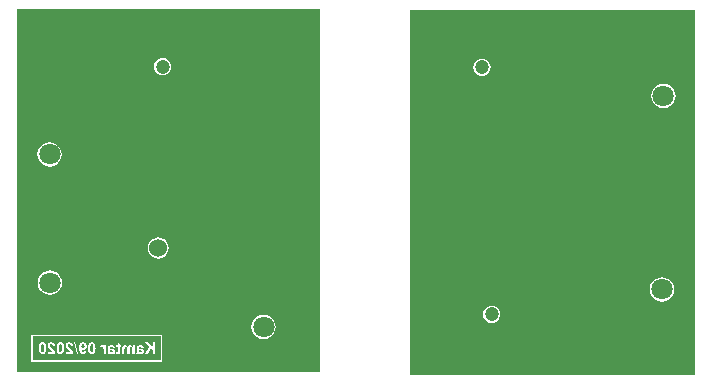
<source format=gbl>
G04 Layer_Physical_Order=2*
G04 Layer_Color=11436288*
%FSLAX44Y44*%
%MOMM*%
G71*
G01*
G75*
%ADD24C,1.8000*%
%ADD25C,1.2000*%
%ADD26C,1.5240*%
%ADD27C,0.6000*%
G36*
X539750Y1069340D02*
Y772160D01*
X283210D01*
Y1079500D01*
X539750D01*
Y1069340D01*
D02*
G37*
G36*
X857250Y774700D02*
Y769620D01*
X615950D01*
Y1078230D01*
X857250D01*
Y774700D01*
D02*
G37*
%LPC*%
G36*
X685254Y828261D02*
X683356Y828011D01*
X681588Y827278D01*
X680069Y826113D01*
X678904Y824594D01*
X678171Y822826D01*
X677921Y820928D01*
X678171Y819030D01*
X678904Y817262D01*
X680069Y815743D01*
X681588Y814578D01*
X683356Y813845D01*
X685254Y813595D01*
X687152Y813845D01*
X688920Y814578D01*
X690439Y815743D01*
X691604Y817262D01*
X692337Y819030D01*
X692587Y820928D01*
X692337Y822826D01*
X691604Y824594D01*
X690439Y826113D01*
X688920Y827278D01*
X687152Y828011D01*
X685254Y828261D01*
D02*
G37*
G36*
X829310Y852369D02*
X826629Y852016D01*
X824131Y850981D01*
X821985Y849335D01*
X820339Y847189D01*
X819304Y844691D01*
X818951Y842010D01*
X819304Y839329D01*
X820339Y836831D01*
X821985Y834685D01*
X824131Y833039D01*
X826629Y832004D01*
X829310Y831651D01*
X831991Y832004D01*
X834489Y833039D01*
X836635Y834685D01*
X838281Y836831D01*
X839316Y839329D01*
X839669Y842010D01*
X839316Y844691D01*
X838281Y847189D01*
X836635Y849335D01*
X834489Y850981D01*
X831991Y852016D01*
X829310Y852369D01*
D02*
G37*
G36*
X406400Y803674D02*
X295317D01*
Y780867D01*
X406400D01*
Y803674D01*
D02*
G37*
G36*
X491998Y820619D02*
X489317Y820266D01*
X486819Y819231D01*
X484673Y817585D01*
X483027Y815439D01*
X481992Y812941D01*
X481639Y810260D01*
X481992Y807579D01*
X483027Y805081D01*
X484673Y802935D01*
X486819Y801289D01*
X489317Y800254D01*
X491998Y799901D01*
X494679Y800254D01*
X497177Y801289D01*
X499323Y802935D01*
X500969Y805081D01*
X502004Y807579D01*
X502357Y810260D01*
X502004Y812941D01*
X500969Y815439D01*
X499323Y817585D01*
X497177Y819231D01*
X494679Y820266D01*
X491998Y820619D01*
D02*
G37*
G36*
X830580Y1016199D02*
X827899Y1015846D01*
X825401Y1014811D01*
X823255Y1013165D01*
X821609Y1011019D01*
X820574Y1008521D01*
X820221Y1005840D01*
X820574Y1003159D01*
X821609Y1000661D01*
X823255Y998515D01*
X825401Y996869D01*
X827899Y995834D01*
X830580Y995481D01*
X833261Y995834D01*
X835759Y996869D01*
X837905Y998515D01*
X839551Y1000661D01*
X840586Y1003159D01*
X840939Y1005840D01*
X840586Y1008521D01*
X839551Y1011019D01*
X837905Y1013165D01*
X835759Y1014811D01*
X833261Y1015846D01*
X830580Y1016199D01*
D02*
G37*
G36*
X676910Y1037303D02*
X675012Y1037053D01*
X673244Y1036320D01*
X671725Y1035155D01*
X670560Y1033636D01*
X669827Y1031868D01*
X669577Y1029970D01*
X669827Y1028072D01*
X670560Y1026304D01*
X671725Y1024785D01*
X673244Y1023620D01*
X675012Y1022887D01*
X676910Y1022637D01*
X678808Y1022887D01*
X680576Y1023620D01*
X682095Y1024785D01*
X683260Y1026304D01*
X683993Y1028072D01*
X684243Y1029970D01*
X683993Y1031868D01*
X683260Y1033636D01*
X682095Y1035155D01*
X680576Y1036320D01*
X678808Y1037053D01*
X676910Y1037303D01*
D02*
G37*
G36*
X406654Y1037811D02*
X404756Y1037561D01*
X402988Y1036828D01*
X401469Y1035663D01*
X400304Y1034144D01*
X399571Y1032376D01*
X399321Y1030478D01*
X399571Y1028580D01*
X400304Y1026812D01*
X401469Y1025293D01*
X402988Y1024128D01*
X404756Y1023395D01*
X406654Y1023145D01*
X408552Y1023395D01*
X410320Y1024128D01*
X411839Y1025293D01*
X413004Y1026812D01*
X413737Y1028580D01*
X413987Y1030478D01*
X413737Y1032376D01*
X413004Y1034144D01*
X411839Y1035663D01*
X410320Y1036828D01*
X408552Y1037561D01*
X406654Y1037811D01*
D02*
G37*
G36*
X311097Y858014D02*
X308416Y857661D01*
X305918Y856626D01*
X303772Y854980D01*
X302126Y852834D01*
X301091Y850336D01*
X300738Y847655D01*
X301091Y844974D01*
X302126Y842476D01*
X303772Y840330D01*
X305918Y838684D01*
X308416Y837649D01*
X311097Y837296D01*
X313778Y837649D01*
X316276Y838684D01*
X318422Y840330D01*
X320068Y842476D01*
X321103Y844974D01*
X321456Y847655D01*
X321103Y850336D01*
X320068Y852834D01*
X318422Y854980D01*
X316276Y856626D01*
X313778Y857661D01*
X311097Y858014D01*
D02*
G37*
G36*
X402844Y886029D02*
X400523Y885723D01*
X398361Y884827D01*
X396504Y883402D01*
X395079Y881545D01*
X394183Y879383D01*
X393877Y877062D01*
X394183Y874741D01*
X395079Y872579D01*
X396504Y870722D01*
X398361Y869297D01*
X400523Y868401D01*
X402844Y868095D01*
X405165Y868401D01*
X407327Y869297D01*
X409184Y870722D01*
X410609Y872579D01*
X411505Y874741D01*
X411811Y877062D01*
X411505Y879383D01*
X410609Y881545D01*
X409184Y883402D01*
X407327Y884827D01*
X405165Y885723D01*
X402844Y886029D01*
D02*
G37*
G36*
X310896Y966669D02*
X308215Y966316D01*
X305717Y965281D01*
X303571Y963635D01*
X301925Y961489D01*
X300890Y958991D01*
X300537Y956310D01*
X300890Y953629D01*
X301925Y951131D01*
X303571Y948985D01*
X305717Y947339D01*
X308215Y946304D01*
X310896Y945951D01*
X313577Y946304D01*
X316075Y947339D01*
X318221Y948985D01*
X319867Y951131D01*
X320902Y953629D01*
X321255Y956310D01*
X320902Y958991D01*
X319867Y961489D01*
X318221Y963635D01*
X316075Y965281D01*
X313577Y966316D01*
X310896Y966669D01*
D02*
G37*
%LPD*%
G36*
X405130Y782137D02*
X296587D01*
Y802404D01*
X405130D01*
Y782137D01*
D02*
G37*
%LPC*%
G36*
X332723Y797324D02*
X331313D01*
X333752Y787231D01*
X335133D01*
X332723Y797324D01*
D02*
G37*
G36*
X355151Y794632D02*
X355038D01*
X354911Y794618D01*
X354756Y794589D01*
X354559Y794547D01*
X354347Y794477D01*
X354136Y794392D01*
X353910Y794265D01*
X354503Y792644D01*
X354517Y792658D01*
X354587Y792686D01*
X354672Y792743D01*
X354785Y792799D01*
X354925Y792856D01*
X355066Y792912D01*
X355221Y792940D01*
X355377Y792954D01*
X355433D01*
X355518Y792940D01*
X355602Y792926D01*
X355701Y792898D01*
X355814Y792856D01*
X355926Y792799D01*
X356039Y792729D01*
X356053Y792715D01*
X356082Y792686D01*
X356138Y792630D01*
X356194Y792545D01*
X356265Y792447D01*
X356335Y792306D01*
X356406Y792137D01*
X356462Y791939D01*
Y791911D01*
X356476Y791869D01*
X356490Y791826D01*
Y791756D01*
X356504Y791671D01*
X356519Y791559D01*
X356533Y791432D01*
X356547Y791291D01*
X356561Y791107D01*
X356575Y790924D01*
Y790699D01*
X356589Y790459D01*
X356603Y790191D01*
Y789895D01*
Y789571D01*
Y787400D01*
X358478D01*
Y794477D01*
X356744D01*
Y793476D01*
X356730Y793490D01*
X356674Y793575D01*
X356589Y793701D01*
X356476Y793856D01*
X356363Y794012D01*
X356222Y794167D01*
X356096Y794307D01*
X355955Y794406D01*
X355941Y794420D01*
X355898Y794448D01*
X355814Y794477D01*
X355715Y794519D01*
X355602Y794561D01*
X355461Y794604D01*
X355320Y794618D01*
X355151Y794632D01*
D02*
G37*
G36*
X368557Y796986D02*
Y794477D01*
X367275D01*
Y792982D01*
X368557D01*
Y790121D01*
Y790107D01*
Y790078D01*
Y790036D01*
Y789980D01*
Y789839D01*
Y789670D01*
X368543Y789501D01*
Y789331D01*
Y789204D01*
X368529Y789148D01*
Y789120D01*
X368515Y789092D01*
X368487Y789035D01*
X368445Y788965D01*
X368360Y788880D01*
X368332Y788866D01*
X368275Y788838D01*
X368177Y788810D01*
X368050Y788796D01*
X367993D01*
X367937Y788810D01*
X367853Y788824D01*
X367740Y788838D01*
X367613Y788866D01*
X367458Y788908D01*
X367289Y788965D01*
X367119Y787513D01*
X367133D01*
X367148Y787499D01*
X367232Y787470D01*
X367373Y787428D01*
X367556Y787386D01*
X367768Y787329D01*
X368022Y787287D01*
X368304Y787259D01*
X368600Y787245D01*
X368684D01*
X368783Y787259D01*
X368910Y787273D01*
X369051Y787287D01*
X369206Y787315D01*
X369361Y787358D01*
X369516Y787414D01*
X369530Y787428D01*
X369586Y787442D01*
X369657Y787485D01*
X369742Y787527D01*
X369939Y787668D01*
X370037Y787752D01*
X370122Y787851D01*
X370136Y787865D01*
X370150Y787907D01*
X370178Y787964D01*
X370221Y788048D01*
X370263Y788147D01*
X370305Y788274D01*
X370348Y788415D01*
X370376Y788570D01*
Y788584D01*
X370390Y788641D01*
Y788725D01*
X370404Y788866D01*
X370418Y789049D01*
Y789275D01*
X370432Y789402D01*
Y789557D01*
Y789712D01*
Y789895D01*
Y792982D01*
X371292D01*
Y794477D01*
X370432D01*
Y795886D01*
X368557Y796986D01*
D02*
G37*
G36*
X304839Y797212D02*
X304698D01*
X304599Y797197D01*
X304486Y797183D01*
X304345Y797155D01*
X304205Y797127D01*
X304035Y797085D01*
X303852Y797028D01*
X303683Y796958D01*
X303500Y796887D01*
X303316Y796789D01*
X303133Y796662D01*
X302950Y796535D01*
X302781Y796380D01*
X302626Y796197D01*
X302612Y796182D01*
X302583Y796140D01*
X302541Y796070D01*
X302471Y795971D01*
X302400Y795830D01*
X302316Y795661D01*
X302231Y795478D01*
X302146Y795238D01*
X302062Y794984D01*
X301963Y794688D01*
X301893Y794364D01*
X301822Y793997D01*
X301752Y793603D01*
X301709Y793180D01*
X301681Y792715D01*
X301667Y792207D01*
Y792193D01*
Y792179D01*
Y792137D01*
Y792080D01*
Y791939D01*
X301681Y791756D01*
X301695Y791530D01*
X301723Y791263D01*
X301752Y790981D01*
X301780Y790670D01*
X301836Y790346D01*
X301907Y790008D01*
X301977Y789684D01*
X302076Y789360D01*
X302174Y789035D01*
X302316Y788739D01*
X302456Y788457D01*
X302626Y788218D01*
X302640Y788204D01*
X302668Y788175D01*
X302710Y788119D01*
X302767Y788063D01*
X302851Y787992D01*
X302950Y787907D01*
X303077Y787809D01*
X303204Y787724D01*
X303359Y787626D01*
X303514Y787527D01*
X303697Y787442D01*
X303894Y787372D01*
X304106Y787315D01*
X304345Y787259D01*
X304585Y787231D01*
X304839Y787217D01*
X304895D01*
X304980Y787231D01*
X305079D01*
X305191Y787245D01*
X305332Y787273D01*
X305487Y787301D01*
X305657Y787358D01*
X305840Y787414D01*
X306023Y787485D01*
X306220Y787569D01*
X306404Y787682D01*
X306601Y787795D01*
X306784Y787950D01*
X306968Y788105D01*
X307137Y788302D01*
X307151Y788316D01*
X307179Y788359D01*
X307221Y788429D01*
X307264Y788514D01*
X307334Y788641D01*
X307404Y788796D01*
X307489Y788993D01*
X307560Y789204D01*
X307644Y789458D01*
X307729Y789740D01*
X307799Y790064D01*
X307856Y790417D01*
X307912Y790811D01*
X307954Y791248D01*
X307983Y791714D01*
X307997Y792221D01*
Y792235D01*
Y792249D01*
Y792292D01*
Y792348D01*
Y792489D01*
X307983Y792672D01*
X307968Y792898D01*
X307940Y793166D01*
X307912Y793448D01*
X307884Y793758D01*
X307827Y794082D01*
X307771Y794406D01*
X307687Y794744D01*
X307602Y795069D01*
X307489Y795379D01*
X307362Y795675D01*
X307221Y795957D01*
X307052Y796197D01*
X307038Y796211D01*
X307010Y796239D01*
X306968Y796295D01*
X306897Y796352D01*
X306826Y796436D01*
X306728Y796521D01*
X306601Y796605D01*
X306474Y796704D01*
X306319Y796803D01*
X306164Y796887D01*
X305981Y796972D01*
X305783Y797056D01*
X305572Y797113D01*
X305332Y797169D01*
X305093Y797197D01*
X304839Y797212D01*
D02*
G37*
G36*
X320007D02*
X319866D01*
X319768Y797197D01*
X319655Y797183D01*
X319514Y797155D01*
X319373Y797127D01*
X319204Y797085D01*
X319020Y797028D01*
X318851Y796958D01*
X318668Y796887D01*
X318485Y796789D01*
X318302Y796662D01*
X318118Y796535D01*
X317949Y796380D01*
X317794Y796197D01*
X317780Y796182D01*
X317752Y796140D01*
X317709Y796070D01*
X317639Y795971D01*
X317568Y795830D01*
X317484Y795661D01*
X317399Y795478D01*
X317315Y795238D01*
X317230Y794984D01*
X317131Y794688D01*
X317061Y794364D01*
X316991Y793997D01*
X316920Y793603D01*
X316878Y793180D01*
X316849Y792715D01*
X316835Y792207D01*
Y792193D01*
Y792179D01*
Y792137D01*
Y792080D01*
Y791939D01*
X316849Y791756D01*
X316864Y791530D01*
X316892Y791263D01*
X316920Y790981D01*
X316948Y790670D01*
X317005Y790346D01*
X317075Y790008D01*
X317146Y789684D01*
X317244Y789360D01*
X317343Y789035D01*
X317484Y788739D01*
X317625Y788457D01*
X317794Y788218D01*
X317808Y788204D01*
X317836Y788175D01*
X317879Y788119D01*
X317935Y788063D01*
X318020Y787992D01*
X318118Y787907D01*
X318245Y787809D01*
X318372Y787724D01*
X318527Y787626D01*
X318682Y787527D01*
X318865Y787442D01*
X319063Y787372D01*
X319274Y787315D01*
X319514Y787259D01*
X319753Y787231D01*
X320007Y787217D01*
X320064D01*
X320148Y787231D01*
X320247D01*
X320360Y787245D01*
X320501Y787273D01*
X320656Y787301D01*
X320825Y787358D01*
X321008Y787414D01*
X321191Y787485D01*
X321389Y787569D01*
X321572Y787682D01*
X321769Y787795D01*
X321953Y787950D01*
X322136Y788105D01*
X322305Y788302D01*
X322319Y788316D01*
X322347Y788359D01*
X322390Y788429D01*
X322432Y788514D01*
X322502Y788641D01*
X322573Y788796D01*
X322658Y788993D01*
X322728Y789204D01*
X322812Y789458D01*
X322897Y789740D01*
X322968Y790064D01*
X323024Y790417D01*
X323080Y790811D01*
X323123Y791248D01*
X323151Y791714D01*
X323165Y792221D01*
Y792235D01*
Y792249D01*
Y792292D01*
Y792348D01*
Y792489D01*
X323151Y792672D01*
X323137Y792898D01*
X323109Y793166D01*
X323080Y793448D01*
X323052Y793758D01*
X322996Y794082D01*
X322939Y794406D01*
X322855Y794744D01*
X322770Y795069D01*
X322658Y795379D01*
X322531Y795675D01*
X322390Y795957D01*
X322220Y796197D01*
X322206Y796211D01*
X322178Y796239D01*
X322136Y796295D01*
X322065Y796352D01*
X321995Y796436D01*
X321896Y796521D01*
X321769Y796605D01*
X321642Y796704D01*
X321487Y796803D01*
X321332Y796887D01*
X321149Y796972D01*
X320952Y797056D01*
X320740Y797113D01*
X320501Y797169D01*
X320261Y797197D01*
X320007Y797212D01*
D02*
G37*
G36*
X346552D02*
X346411D01*
X346312Y797197D01*
X346199Y797183D01*
X346059Y797155D01*
X345918Y797127D01*
X345748Y797085D01*
X345565Y797028D01*
X345396Y796958D01*
X345213Y796887D01*
X345029Y796789D01*
X344846Y796662D01*
X344663Y796535D01*
X344494Y796380D01*
X344339Y796197D01*
X344325Y796182D01*
X344296Y796140D01*
X344254Y796070D01*
X344184Y795971D01*
X344113Y795830D01*
X344029Y795661D01*
X343944Y795478D01*
X343859Y795238D01*
X343775Y794984D01*
X343676Y794688D01*
X343606Y794364D01*
X343535Y793997D01*
X343465Y793603D01*
X343422Y793180D01*
X343394Y792715D01*
X343380Y792207D01*
Y792193D01*
Y792179D01*
Y792137D01*
Y792080D01*
Y791939D01*
X343394Y791756D01*
X343408Y791530D01*
X343436Y791263D01*
X343465Y790981D01*
X343493Y790670D01*
X343549Y790346D01*
X343620Y790008D01*
X343690Y789684D01*
X343789Y789360D01*
X343888Y789035D01*
X344029Y788739D01*
X344170Y788457D01*
X344339Y788218D01*
X344353Y788204D01*
X344381Y788175D01*
X344423Y788119D01*
X344480Y788063D01*
X344564Y787992D01*
X344663Y787907D01*
X344790Y787809D01*
X344917Y787724D01*
X345072Y787626D01*
X345227Y787527D01*
X345410Y787442D01*
X345607Y787372D01*
X345819Y787315D01*
X346059Y787259D01*
X346298Y787231D01*
X346552Y787217D01*
X346608D01*
X346693Y787231D01*
X346791D01*
X346904Y787245D01*
X347045Y787273D01*
X347200Y787301D01*
X347369Y787358D01*
X347553Y787414D01*
X347736Y787485D01*
X347933Y787569D01*
X348117Y787682D01*
X348314Y787795D01*
X348497Y787950D01*
X348680Y788105D01*
X348850Y788302D01*
X348864Y788316D01*
X348892Y788359D01*
X348934Y788429D01*
X348977Y788514D01*
X349047Y788641D01*
X349118Y788796D01*
X349202Y788993D01*
X349273Y789204D01*
X349357Y789458D01*
X349442Y789740D01*
X349512Y790064D01*
X349569Y790417D01*
X349625Y790811D01*
X349667Y791248D01*
X349696Y791714D01*
X349710Y792221D01*
Y792235D01*
Y792249D01*
Y792292D01*
Y792348D01*
Y792489D01*
X349696Y792672D01*
X349681Y792898D01*
X349653Y793166D01*
X349625Y793448D01*
X349597Y793758D01*
X349540Y794082D01*
X349484Y794406D01*
X349399Y794744D01*
X349315Y795069D01*
X349202Y795379D01*
X349075Y795675D01*
X348934Y795957D01*
X348765Y796197D01*
X348751Y796211D01*
X348723Y796239D01*
X348680Y796295D01*
X348610Y796352D01*
X348540Y796436D01*
X348441Y796521D01*
X348314Y796605D01*
X348187Y796704D01*
X348032Y796803D01*
X347877Y796887D01*
X347694Y796972D01*
X347496Y797056D01*
X347285Y797113D01*
X347045Y797169D01*
X346806Y797197D01*
X346552Y797212D01*
D02*
G37*
G36*
X339151D02*
X339081D01*
X339010Y797197D01*
X338897D01*
X338770Y797183D01*
X338629Y797155D01*
X338460Y797113D01*
X338291Y797070D01*
X338094Y797000D01*
X337896Y796930D01*
X337699Y796831D01*
X337487Y796718D01*
X337290Y796591D01*
X337093Y796436D01*
X336895Y796253D01*
X336712Y796056D01*
X336698Y796041D01*
X336670Y795999D01*
X336628Y795929D01*
X336557Y795830D01*
X336487Y795703D01*
X336402Y795548D01*
X336317Y795365D01*
X336233Y795153D01*
X336148Y794900D01*
X336050Y794618D01*
X335979Y794307D01*
X335909Y793969D01*
X335838Y793589D01*
X335796Y793180D01*
X335768Y792743D01*
X335754Y792263D01*
Y792249D01*
Y792235D01*
Y792193D01*
Y792151D01*
Y792010D01*
X335768Y791826D01*
X335782Y791601D01*
X335810Y791347D01*
X335838Y791079D01*
X335881Y790783D01*
X335937Y790459D01*
X335993Y790149D01*
X336078Y789825D01*
X336176Y789501D01*
X336289Y789204D01*
X336430Y788908D01*
X336571Y788641D01*
X336754Y788401D01*
X336769Y788387D01*
X336797Y788344D01*
X336853Y788288D01*
X336938Y788218D01*
X337036Y788133D01*
X337149Y788020D01*
X337290Y787922D01*
X337445Y787809D01*
X337614Y787696D01*
X337812Y787597D01*
X338023Y787499D01*
X338249Y787400D01*
X338503Y787329D01*
X338756Y787273D01*
X339024Y787231D01*
X339320Y787217D01*
X339433D01*
X339503Y787231D01*
X339602D01*
X339715Y787245D01*
X339983Y787287D01*
X340279Y787372D01*
X340575Y787470D01*
X340885Y787626D01*
X341026Y787710D01*
X341167Y787823D01*
X341181Y787837D01*
X341195Y787851D01*
X341237Y787893D01*
X341280Y787936D01*
X341336Y788006D01*
X341407Y788077D01*
X341463Y788175D01*
X341547Y788274D01*
X341618Y788401D01*
X341702Y788528D01*
X341773Y788683D01*
X341843Y788852D01*
X341914Y789021D01*
X341970Y789219D01*
X342027Y789416D01*
X342069Y789641D01*
X340265Y789853D01*
Y789825D01*
X340251Y789754D01*
X340236Y789656D01*
X340194Y789543D01*
X340152Y789402D01*
X340095Y789261D01*
X340025Y789134D01*
X339926Y789021D01*
X339912Y789007D01*
X339870Y788979D01*
X339813Y788937D01*
X339729Y788894D01*
X339616Y788852D01*
X339503Y788810D01*
X339348Y788782D01*
X339193Y788767D01*
X339165D01*
X339095Y788782D01*
X338996Y788796D01*
X338855Y788838D01*
X338700Y788894D01*
X338545Y788993D01*
X338376Y789120D01*
X338221Y789289D01*
X338206Y789317D01*
X338178Y789345D01*
X338150Y789402D01*
X338122Y789458D01*
X338080Y789543D01*
X338051Y789641D01*
X337995Y789768D01*
X337953Y789909D01*
X337910Y790064D01*
X337868Y790248D01*
X337826Y790445D01*
X337784Y790670D01*
X337755Y790924D01*
X337727Y791206D01*
X337699Y791502D01*
X337713Y791488D01*
X337727Y791474D01*
X337770Y791432D01*
X337826Y791375D01*
X337896Y791319D01*
X337981Y791248D01*
X338178Y791093D01*
X338432Y790938D01*
X338742Y790811D01*
X338911Y790755D01*
X339081Y790727D01*
X339264Y790699D01*
X339461Y790685D01*
X339574D01*
X339659Y790699D01*
X339757Y790713D01*
X339870Y790727D01*
X340138Y790797D01*
X340448Y790896D01*
X340603Y790981D01*
X340772Y791065D01*
X340941Y791164D01*
X341110Y791277D01*
X341280Y791418D01*
X341435Y791573D01*
X341449Y791587D01*
X341477Y791615D01*
X341505Y791671D01*
X341562Y791728D01*
X341632Y791826D01*
X341702Y791925D01*
X341773Y792052D01*
X341843Y792193D01*
X341928Y792348D01*
X341999Y792531D01*
X342069Y792715D01*
X342140Y792926D01*
X342196Y793138D01*
X342224Y793377D01*
X342252Y793631D01*
X342266Y793885D01*
Y793899D01*
Y793955D01*
Y794026D01*
X342252Y794138D01*
X342238Y794265D01*
X342224Y794406D01*
X342196Y794575D01*
X342154Y794744D01*
X342055Y795125D01*
X341984Y795337D01*
X341900Y795534D01*
X341801Y795731D01*
X341674Y795929D01*
X341547Y796112D01*
X341392Y796295D01*
X341378Y796309D01*
X341350Y796338D01*
X341308Y796380D01*
X341237Y796436D01*
X341139Y796507D01*
X341040Y796591D01*
X340913Y796662D01*
X340772Y796760D01*
X340631Y796845D01*
X340448Y796916D01*
X340265Y797000D01*
X340067Y797070D01*
X339856Y797127D01*
X339630Y797169D01*
X339405Y797197D01*
X339151Y797212D01*
D02*
G37*
G36*
X400050Y797155D02*
X398076D01*
Y792813D01*
X394073Y797155D01*
X391423D01*
X395116Y793349D01*
X391239Y787400D01*
X393791D01*
X396483Y791982D01*
X398076Y790346D01*
Y787400D01*
X400050D01*
Y797155D01*
D02*
G37*
G36*
X387729Y794632D02*
X387264D01*
X387165Y794618D01*
X387053D01*
X386771Y794589D01*
X386475Y794561D01*
X386165Y794505D01*
X385868Y794420D01*
X385742Y794378D01*
X385615Y794322D01*
X385601D01*
X385587Y794307D01*
X385516Y794265D01*
X385403Y794209D01*
X385276Y794124D01*
X385121Y794012D01*
X384980Y793885D01*
X384853Y793730D01*
X384741Y793575D01*
X384727Y793546D01*
X384698Y793490D01*
X384656Y793363D01*
X384642Y793292D01*
X384614Y793194D01*
X384586Y793095D01*
X384571Y792968D01*
X384543Y792827D01*
X384529Y792672D01*
X384515Y792503D01*
X384501Y792320D01*
X384487Y792122D01*
Y791897D01*
X384515Y789712D01*
Y789698D01*
Y789670D01*
Y789627D01*
Y789557D01*
Y789388D01*
X384501Y789190D01*
Y788965D01*
X384473Y788739D01*
X384459Y788514D01*
X384431Y788330D01*
Y788316D01*
X384416Y788260D01*
X384388Y788161D01*
X384360Y788048D01*
X384304Y787907D01*
X384247Y787752D01*
X384177Y787583D01*
X384092Y787400D01*
X385939D01*
Y787414D01*
X385953Y787428D01*
X385967Y787485D01*
X385995Y787541D01*
X386023Y787611D01*
X386052Y787710D01*
X386080Y787823D01*
X386122Y787950D01*
Y787964D01*
X386136Y787978D01*
X386150Y788034D01*
X386179Y788105D01*
X386193Y788161D01*
X386221Y788147D01*
X386277Y788091D01*
X386376Y788006D01*
X386503Y787907D01*
X386658Y787795D01*
X386827Y787668D01*
X387024Y787569D01*
X387222Y787470D01*
X387250Y787456D01*
X387320Y787442D01*
X387433Y787400D01*
X387574Y787358D01*
X387743Y787315D01*
X387941Y787287D01*
X388166Y787259D01*
X388392Y787245D01*
X388490D01*
X388575Y787259D01*
X388660D01*
X388772Y787273D01*
X389012Y787315D01*
X389294Y787386D01*
X389576Y787485D01*
X389858Y787626D01*
X390112Y787823D01*
Y787837D01*
X390140Y787851D01*
X390210Y787936D01*
X390309Y788063D01*
X390422Y788232D01*
X390535Y788443D01*
X390633Y788697D01*
X390704Y788993D01*
X390718Y789148D01*
X390732Y789317D01*
Y789345D01*
Y789416D01*
X390718Y789529D01*
X390690Y789670D01*
X390661Y789839D01*
X390619Y790008D01*
X390549Y790191D01*
X390450Y790375D01*
X390436Y790403D01*
X390394Y790459D01*
X390337Y790544D01*
X390238Y790642D01*
X390140Y790755D01*
X389999Y790882D01*
X389844Y790995D01*
X389660Y791093D01*
X389632Y791107D01*
X389562Y791136D01*
X389449Y791178D01*
X389280Y791248D01*
X389068Y791319D01*
X388815Y791389D01*
X388505Y791460D01*
X388166Y791530D01*
X388152D01*
X388110Y791544D01*
X388039Y791559D01*
X387955Y791573D01*
X387842Y791587D01*
X387715Y791615D01*
X387433Y791685D01*
X387137Y791756D01*
X386827Y791826D01*
X386559Y791911D01*
X386432Y791953D01*
X386334Y791996D01*
Y792179D01*
Y792207D01*
Y792263D01*
X386348Y792362D01*
X386362Y792489D01*
X386404Y792616D01*
X386446Y792743D01*
X386517Y792856D01*
X386616Y792954D01*
X386630Y792968D01*
X386672Y792997D01*
X386742Y793025D01*
X386841Y793081D01*
X386982Y793123D01*
X387151Y793152D01*
X387363Y793180D01*
X387616Y793194D01*
X387701D01*
X387786Y793180D01*
X387898Y793166D01*
X388025Y793138D01*
X388166Y793109D01*
X388293Y793053D01*
X388406Y792982D01*
X388420Y792968D01*
X388448Y792940D01*
X388505Y792898D01*
X388561Y792827D01*
X388646Y792729D01*
X388716Y792602D01*
X388787Y792461D01*
X388857Y792292D01*
X390535Y792602D01*
Y792616D01*
X390520Y792644D01*
X390506Y792701D01*
X390478Y792771D01*
X390450Y792856D01*
X390408Y792954D01*
X390309Y793180D01*
X390168Y793419D01*
X389999Y793673D01*
X389801Y793913D01*
X389562Y794124D01*
X389548D01*
X389534Y794153D01*
X389491Y794167D01*
X389435Y794209D01*
X389350Y794237D01*
X389266Y794279D01*
X389153Y794336D01*
X389040Y794378D01*
X388899Y794420D01*
X388744Y794477D01*
X388575Y794519D01*
X388378Y794547D01*
X388180Y794589D01*
X387955Y794604D01*
X387729Y794632D01*
D02*
G37*
G36*
X363482D02*
X363017D01*
X362919Y794618D01*
X362806D01*
X362524Y794589D01*
X362228Y794561D01*
X361918Y794505D01*
X361622Y794420D01*
X361495Y794378D01*
X361368Y794322D01*
X361354D01*
X361340Y794307D01*
X361269Y794265D01*
X361156Y794209D01*
X361030Y794124D01*
X360874Y794012D01*
X360733Y793885D01*
X360607Y793730D01*
X360494Y793575D01*
X360480Y793546D01*
X360452Y793490D01*
X360409Y793363D01*
X360395Y793292D01*
X360367Y793194D01*
X360339Y793095D01*
X360325Y792968D01*
X360297Y792827D01*
X360282Y792672D01*
X360268Y792503D01*
X360254Y792320D01*
X360240Y792122D01*
Y791897D01*
X360268Y789712D01*
Y789698D01*
Y789670D01*
Y789627D01*
Y789557D01*
Y789388D01*
X360254Y789190D01*
Y788965D01*
X360226Y788739D01*
X360212Y788514D01*
X360184Y788330D01*
Y788316D01*
X360170Y788260D01*
X360141Y788161D01*
X360113Y788048D01*
X360057Y787907D01*
X360000Y787752D01*
X359930Y787583D01*
X359845Y787400D01*
X361692D01*
Y787414D01*
X361706Y787428D01*
X361720Y787485D01*
X361749Y787541D01*
X361777Y787611D01*
X361805Y787710D01*
X361833Y787823D01*
X361875Y787950D01*
Y787964D01*
X361889Y787978D01*
X361903Y788034D01*
X361932Y788105D01*
X361946Y788161D01*
X361974Y788147D01*
X362030Y788091D01*
X362129Y788006D01*
X362256Y787907D01*
X362411Y787795D01*
X362580Y787668D01*
X362777Y787569D01*
X362975Y787470D01*
X363003Y787456D01*
X363074Y787442D01*
X363186Y787400D01*
X363327Y787358D01*
X363497Y787315D01*
X363694Y787287D01*
X363919Y787259D01*
X364145Y787245D01*
X364244D01*
X364328Y787259D01*
X364413D01*
X364526Y787273D01*
X364765Y787315D01*
X365047Y787386D01*
X365329Y787485D01*
X365611Y787626D01*
X365865Y787823D01*
Y787837D01*
X365893Y787851D01*
X365964Y787936D01*
X366062Y788063D01*
X366175Y788232D01*
X366288Y788443D01*
X366386Y788697D01*
X366457Y788993D01*
X366471Y789148D01*
X366485Y789317D01*
Y789345D01*
Y789416D01*
X366471Y789529D01*
X366443Y789670D01*
X366415Y789839D01*
X366372Y790008D01*
X366302Y790191D01*
X366203Y790375D01*
X366189Y790403D01*
X366147Y790459D01*
X366090Y790544D01*
X365992Y790642D01*
X365893Y790755D01*
X365752Y790882D01*
X365597Y790995D01*
X365414Y791093D01*
X365386Y791107D01*
X365315Y791136D01*
X365202Y791178D01*
X365033Y791248D01*
X364822Y791319D01*
X364568Y791389D01*
X364258Y791460D01*
X363919Y791530D01*
X363905D01*
X363863Y791544D01*
X363792Y791559D01*
X363708Y791573D01*
X363595Y791587D01*
X363468Y791615D01*
X363186Y791685D01*
X362890Y791756D01*
X362580Y791826D01*
X362312Y791911D01*
X362186Y791953D01*
X362087Y791996D01*
Y792179D01*
Y792207D01*
Y792263D01*
X362101Y792362D01*
X362115Y792489D01*
X362157Y792616D01*
X362200Y792743D01*
X362270Y792856D01*
X362369Y792954D01*
X362383Y792968D01*
X362425Y792997D01*
X362496Y793025D01*
X362594Y793081D01*
X362735Y793123D01*
X362904Y793152D01*
X363116Y793180D01*
X363370Y793194D01*
X363454D01*
X363539Y793180D01*
X363652Y793166D01*
X363778Y793138D01*
X363919Y793109D01*
X364046Y793053D01*
X364159Y792982D01*
X364173Y792968D01*
X364201Y792940D01*
X364258Y792898D01*
X364314Y792827D01*
X364399Y792729D01*
X364469Y792602D01*
X364540Y792461D01*
X364610Y792292D01*
X366288Y792602D01*
Y792616D01*
X366274Y792644D01*
X366259Y792701D01*
X366231Y792771D01*
X366203Y792856D01*
X366161Y792954D01*
X366062Y793180D01*
X365921Y793419D01*
X365752Y793673D01*
X365555Y793913D01*
X365315Y794124D01*
X365301D01*
X365287Y794153D01*
X365244Y794167D01*
X365188Y794209D01*
X365103Y794237D01*
X365019Y794279D01*
X364906Y794336D01*
X364793Y794378D01*
X364652Y794420D01*
X364497Y794477D01*
X364328Y794519D01*
X364131Y794547D01*
X363933Y794589D01*
X363708Y794604D01*
X363482Y794632D01*
D02*
G37*
G36*
X327535Y797212D02*
X327394D01*
X327295Y797197D01*
X327169Y797183D01*
X327028Y797169D01*
X326872Y797141D01*
X326703Y797113D01*
X326337Y797014D01*
X325970Y796873D01*
X325773Y796789D01*
X325604Y796690D01*
X325420Y796563D01*
X325265Y796422D01*
X325251Y796408D01*
X325223Y796394D01*
X325195Y796338D01*
X325139Y796281D01*
X325068Y796211D01*
X324998Y796112D01*
X324927Y796013D01*
X324842Y795886D01*
X324701Y795604D01*
X324561Y795280D01*
X324504Y795097D01*
X324476Y794900D01*
X324448Y794688D01*
X324434Y794477D01*
Y794448D01*
Y794364D01*
X324448Y794237D01*
X324462Y794082D01*
X324490Y793885D01*
X324532Y793673D01*
X324589Y793448D01*
X324673Y793222D01*
X324687Y793194D01*
X324716Y793123D01*
X324772Y792997D01*
X324857Y792841D01*
X324955Y792658D01*
X325082Y792447D01*
X325237Y792221D01*
X325420Y791982D01*
X325435Y791967D01*
X325491Y791897D01*
X325575Y791798D01*
X325702Y791657D01*
X325872Y791488D01*
X326083Y791263D01*
X326337Y791023D01*
X326647Y790727D01*
X326661Y790713D01*
X326689Y790699D01*
X326731Y790656D01*
X326788Y790600D01*
X326943Y790459D01*
X327126Y790290D01*
X327309Y790107D01*
X327493Y789923D01*
X327662Y789768D01*
X327718Y789698D01*
X327775Y789641D01*
X327789Y789627D01*
X327817Y789599D01*
X327859Y789543D01*
X327916Y789472D01*
X328042Y789317D01*
X328155Y789134D01*
X324434D01*
Y787400D01*
X330989D01*
Y787414D01*
Y787442D01*
X330975Y787499D01*
X330961Y787569D01*
X330947Y787654D01*
X330932Y787752D01*
X330876Y788006D01*
X330791Y788288D01*
X330679Y788598D01*
X330538Y788937D01*
X330354Y789261D01*
Y789275D01*
X330326Y789303D01*
X330298Y789360D01*
X330242Y789416D01*
X330185Y789514D01*
X330101Y789613D01*
X330002Y789740D01*
X329889Y789881D01*
X329762Y790050D01*
X329607Y790219D01*
X329438Y790417D01*
X329241Y790628D01*
X329029Y790840D01*
X328790Y791079D01*
X328536Y791333D01*
X328254Y791601D01*
X328240Y791615D01*
X328198Y791657D01*
X328141Y791714D01*
X328057Y791798D01*
X327944Y791883D01*
X327831Y791996D01*
X327577Y792249D01*
X327324Y792517D01*
X327070Y792785D01*
X326957Y792898D01*
X326844Y793025D01*
X326760Y793123D01*
X326703Y793208D01*
X326689Y793236D01*
X326647Y793307D01*
X326576Y793419D01*
X326506Y793575D01*
X326436Y793744D01*
X326365Y793941D01*
X326323Y794138D01*
X326309Y794350D01*
Y794364D01*
Y794378D01*
Y794448D01*
X326323Y794575D01*
X326351Y794716D01*
X326393Y794871D01*
X326450Y795026D01*
X326534Y795182D01*
X326647Y795322D01*
X326661Y795337D01*
X326703Y795379D01*
X326788Y795435D01*
X326887Y795492D01*
X327028Y795548D01*
X327183Y795604D01*
X327366Y795647D01*
X327577Y795661D01*
X327676D01*
X327789Y795647D01*
X327916Y795619D01*
X328071Y795576D01*
X328226Y795506D01*
X328381Y795421D01*
X328522Y795308D01*
X328536Y795294D01*
X328578Y795238D01*
X328635Y795153D01*
X328691Y795026D01*
X328761Y794871D01*
X328818Y794660D01*
X328874Y794420D01*
X328902Y794138D01*
X330763Y794322D01*
Y794336D01*
X330749Y794392D01*
Y794463D01*
X330721Y794575D01*
X330707Y794702D01*
X330665Y794843D01*
X330622Y794998D01*
X330580Y795182D01*
X330439Y795534D01*
X330270Y795900D01*
X330157Y796084D01*
X330030Y796253D01*
X329889Y796394D01*
X329734Y796535D01*
X329720Y796549D01*
X329692Y796563D01*
X329650Y796591D01*
X329579Y796648D01*
X329495Y796690D01*
X329382Y796746D01*
X329269Y796817D01*
X329128Y796873D01*
X328973Y796944D01*
X328804Y797000D01*
X328437Y797113D01*
X328000Y797183D01*
X327775Y797197D01*
X327535Y797212D01*
D02*
G37*
G36*
X312367D02*
X312226D01*
X312127Y797197D01*
X312000Y797183D01*
X311859Y797169D01*
X311704Y797141D01*
X311535Y797113D01*
X311168Y797014D01*
X310802Y796873D01*
X310604Y796789D01*
X310435Y796690D01*
X310252Y796563D01*
X310097Y796422D01*
X310083Y796408D01*
X310055Y796394D01*
X310027Y796338D01*
X309970Y796281D01*
X309900Y796211D01*
X309829Y796112D01*
X309759Y796013D01*
X309674Y795886D01*
X309533Y795604D01*
X309392Y795280D01*
X309336Y795097D01*
X309308Y794900D01*
X309279Y794688D01*
X309265Y794477D01*
Y794448D01*
Y794364D01*
X309279Y794237D01*
X309293Y794082D01*
X309322Y793885D01*
X309364Y793673D01*
X309420Y793448D01*
X309505Y793222D01*
X309519Y793194D01*
X309547Y793123D01*
X309604Y792997D01*
X309688Y792841D01*
X309787Y792658D01*
X309914Y792447D01*
X310069Y792221D01*
X310252Y791982D01*
X310266Y791967D01*
X310323Y791897D01*
X310407Y791798D01*
X310534Y791657D01*
X310703Y791488D01*
X310915Y791263D01*
X311168Y791023D01*
X311479Y790727D01*
X311493Y790713D01*
X311521Y790699D01*
X311563Y790656D01*
X311619Y790600D01*
X311775Y790459D01*
X311958Y790290D01*
X312141Y790107D01*
X312324Y789923D01*
X312493Y789768D01*
X312550Y789698D01*
X312606Y789641D01*
X312620Y789627D01*
X312649Y789599D01*
X312691Y789543D01*
X312747Y789472D01*
X312874Y789317D01*
X312987Y789134D01*
X309265D01*
Y787400D01*
X315820D01*
Y787414D01*
Y787442D01*
X315806Y787499D01*
X315792Y787569D01*
X315778Y787654D01*
X315764Y787752D01*
X315708Y788006D01*
X315623Y788288D01*
X315510Y788598D01*
X315369Y788937D01*
X315186Y789261D01*
Y789275D01*
X315158Y789303D01*
X315130Y789360D01*
X315073Y789416D01*
X315017Y789514D01*
X314932Y789613D01*
X314834Y789740D01*
X314721Y789881D01*
X314594Y790050D01*
X314439Y790219D01*
X314270Y790417D01*
X314072Y790628D01*
X313861Y790840D01*
X313621Y791079D01*
X313368Y791333D01*
X313086Y791601D01*
X313071Y791615D01*
X313029Y791657D01*
X312973Y791714D01*
X312888Y791798D01*
X312775Y791883D01*
X312663Y791996D01*
X312409Y792249D01*
X312155Y792517D01*
X311901Y792785D01*
X311789Y792898D01*
X311676Y793025D01*
X311591Y793123D01*
X311535Y793208D01*
X311521Y793236D01*
X311479Y793307D01*
X311408Y793419D01*
X311338Y793575D01*
X311267Y793744D01*
X311197Y793941D01*
X311154Y794138D01*
X311140Y794350D01*
Y794364D01*
Y794378D01*
Y794448D01*
X311154Y794575D01*
X311182Y794716D01*
X311225Y794871D01*
X311281Y795026D01*
X311366Y795182D01*
X311479Y795322D01*
X311493Y795337D01*
X311535Y795379D01*
X311619Y795435D01*
X311718Y795492D01*
X311859Y795548D01*
X312014Y795604D01*
X312197Y795647D01*
X312409Y795661D01*
X312508D01*
X312620Y795647D01*
X312747Y795619D01*
X312902Y795576D01*
X313057Y795506D01*
X313213Y795421D01*
X313354Y795308D01*
X313368Y795294D01*
X313410Y795238D01*
X313466Y795153D01*
X313523Y795026D01*
X313593Y794871D01*
X313650Y794660D01*
X313706Y794420D01*
X313734Y794138D01*
X315595Y794322D01*
Y794336D01*
X315581Y794392D01*
Y794463D01*
X315553Y794575D01*
X315539Y794702D01*
X315496Y794843D01*
X315454Y794998D01*
X315412Y795182D01*
X315271Y795534D01*
X315102Y795900D01*
X314989Y796084D01*
X314862Y796253D01*
X314721Y796394D01*
X314566Y796535D01*
X314552Y796549D01*
X314524Y796563D01*
X314481Y796591D01*
X314411Y796648D01*
X314326Y796690D01*
X314213Y796746D01*
X314101Y796817D01*
X313960Y796873D01*
X313805Y796944D01*
X313635Y797000D01*
X313269Y797113D01*
X312832Y797183D01*
X312606Y797197D01*
X312367Y797212D01*
D02*
G37*
G36*
X378862Y794632D02*
X378749D01*
X378623Y794618D01*
X378467Y794604D01*
X378284Y794561D01*
X378087Y794519D01*
X377890Y794448D01*
X377692Y794350D01*
X377664Y794336D01*
X377608Y794293D01*
X377509Y794237D01*
X377396Y794138D01*
X377269Y794012D01*
X377128Y793870D01*
X376987Y793687D01*
X376860Y793490D01*
X376832Y793518D01*
X376776Y793589D01*
X376691Y793687D01*
X376564Y793814D01*
X376409Y793955D01*
X376240Y794096D01*
X376057Y794237D01*
X375859Y794350D01*
X375831Y794364D01*
X375761Y794392D01*
X375648Y794434D01*
X375507Y794491D01*
X375338Y794547D01*
X375141Y794589D01*
X374929Y794618D01*
X374704Y794632D01*
X374577D01*
X374436Y794618D01*
X374253Y794589D01*
X374041Y794547D01*
X373830Y794491D01*
X373604Y794420D01*
X373393Y794307D01*
X373364Y794293D01*
X373308Y794251D01*
X373209Y794181D01*
X373082Y794082D01*
X372956Y793941D01*
X372815Y793786D01*
X372688Y793603D01*
X372575Y793377D01*
X372561Y793363D01*
X372547Y793292D01*
X372519Y793180D01*
X372476Y793025D01*
X372434Y792827D01*
X372406Y792574D01*
X372392Y792263D01*
X372378Y791911D01*
Y787400D01*
X374253D01*
Y791432D01*
Y791446D01*
Y791474D01*
Y791530D01*
Y791601D01*
X374267Y791784D01*
X374281Y791996D01*
X374295Y792221D01*
X374337Y792447D01*
X374379Y792644D01*
X374422Y792715D01*
X374450Y792785D01*
X374464Y792799D01*
X374506Y792856D01*
X374563Y792912D01*
X374647Y792997D01*
X374760Y793067D01*
X374901Y793138D01*
X375070Y793180D01*
X375253Y793194D01*
X375324D01*
X375394Y793180D01*
X375493Y793166D01*
X375606Y793138D01*
X375733Y793095D01*
X375874Y793039D01*
X376001Y792954D01*
X376015Y792940D01*
X376057Y792912D01*
X376113Y792856D01*
X376184Y792771D01*
X376268Y792672D01*
X376353Y792560D01*
X376423Y792419D01*
X376494Y792249D01*
Y792221D01*
X376522Y792165D01*
X376536Y792052D01*
X376564Y791897D01*
X376593Y791685D01*
X376607Y791432D01*
X376635Y791136D01*
Y790783D01*
Y787400D01*
X378510D01*
Y791263D01*
Y791277D01*
Y791305D01*
Y791361D01*
Y791432D01*
Y791601D01*
X378524Y791812D01*
X378538Y792038D01*
X378552Y792249D01*
X378580Y792447D01*
X378609Y792531D01*
X378623Y792588D01*
Y792602D01*
X378637Y792644D01*
X378665Y792701D01*
X378693Y792757D01*
X378792Y792912D01*
X378862Y792982D01*
X378933Y793039D01*
X378947Y793053D01*
X378975Y793067D01*
X379017Y793095D01*
X379074Y793123D01*
X379158Y793152D01*
X379257Y793166D01*
X379370Y793194D01*
X379567D01*
X379652Y793180D01*
X379750Y793166D01*
X379877Y793138D01*
X380004Y793095D01*
X380131Y793039D01*
X380272Y792954D01*
X380286Y792940D01*
X380328Y792912D01*
X380385Y792856D01*
X380455Y792785D01*
X380540Y792686D01*
X380624Y792574D01*
X380695Y792433D01*
X380765Y792278D01*
Y792263D01*
X380793Y792193D01*
X380808Y792080D01*
X380836Y791939D01*
X380864Y791728D01*
X380878Y791488D01*
X380906Y791178D01*
Y790826D01*
Y787400D01*
X382781D01*
Y794477D01*
X381061D01*
Y793504D01*
X381047Y793518D01*
X381019Y793546D01*
X380963Y793603D01*
X380892Y793687D01*
X380808Y793772D01*
X380709Y793856D01*
X380582Y793969D01*
X380441Y794068D01*
X380286Y794167D01*
X380117Y794279D01*
X379750Y794463D01*
X379539Y794533D01*
X379327Y794589D01*
X379102Y794618D01*
X378862Y794632D01*
D02*
G37*
%LPD*%
G36*
X320134Y795647D02*
X320205Y795633D01*
X320303Y795604D01*
X320402Y795562D01*
X320515Y795506D01*
X320613Y795435D01*
X320628Y795421D01*
X320656Y795393D01*
X320698Y795337D01*
X320754Y795266D01*
X320825Y795153D01*
X320881Y795026D01*
X320952Y794857D01*
X321008Y794660D01*
Y794646D01*
X321022Y794632D01*
Y794575D01*
X321036Y794519D01*
X321050Y794434D01*
X321064Y794336D01*
X321079Y794223D01*
X321093Y794082D01*
X321121Y793913D01*
X321135Y793744D01*
X321149Y793532D01*
X321163Y793321D01*
X321177Y793067D01*
Y792813D01*
X321191Y792517D01*
Y792207D01*
Y792193D01*
Y792137D01*
Y792038D01*
Y791925D01*
Y791784D01*
X321177Y791629D01*
Y791446D01*
X321163Y791263D01*
X321149Y790868D01*
X321121Y790473D01*
X321107Y790290D01*
X321079Y790121D01*
X321050Y789966D01*
X321022Y789825D01*
X321008Y789797D01*
X320994Y789726D01*
X320952Y789613D01*
X320909Y789486D01*
X320839Y789345D01*
X320769Y789204D01*
X320684Y789078D01*
X320599Y788979D01*
X320585Y788965D01*
X320557Y788951D01*
X320501Y788908D01*
X320430Y788880D01*
X320346Y788838D01*
X320247Y788796D01*
X320134Y788782D01*
X320007Y788767D01*
X319951D01*
X319880Y788782D01*
X319810Y788796D01*
X319711Y788824D01*
X319613Y788852D01*
X319514Y788908D01*
X319415Y788979D01*
X319401Y788993D01*
X319373Y789021D01*
X319317Y789078D01*
X319260Y789162D01*
X319204Y789261D01*
X319133Y789402D01*
X319063Y789557D01*
X319006Y789754D01*
Y789768D01*
X318992Y789782D01*
Y789839D01*
X318978Y789895D01*
X318964Y789980D01*
X318950Y790078D01*
X318922Y790191D01*
X318908Y790332D01*
X318894Y790487D01*
X318865Y790670D01*
X318851Y790868D01*
X318837Y791093D01*
X318823Y791333D01*
Y791601D01*
X318809Y791897D01*
Y792207D01*
Y792221D01*
Y792278D01*
Y792376D01*
Y792489D01*
Y792630D01*
X318823Y792785D01*
Y792968D01*
X318837Y793152D01*
X318851Y793546D01*
X318880Y793927D01*
X318908Y794110D01*
X318936Y794293D01*
X318964Y794448D01*
X318992Y794575D01*
Y794589D01*
X319006Y794604D01*
X319020Y794674D01*
X319063Y794787D01*
X319105Y794928D01*
X319175Y795069D01*
X319246Y795210D01*
X319331Y795337D01*
X319415Y795435D01*
X319429Y795449D01*
X319457Y795478D01*
X319514Y795506D01*
X319584Y795548D01*
X319669Y795590D01*
X319768Y795633D01*
X319880Y795647D01*
X320007Y795661D01*
X320064D01*
X320134Y795647D01*
D02*
G37*
G36*
X346679D02*
X346749Y795633D01*
X346848Y795604D01*
X346947Y795562D01*
X347059Y795506D01*
X347158Y795435D01*
X347172Y795421D01*
X347200Y795393D01*
X347243Y795337D01*
X347299Y795266D01*
X347369Y795153D01*
X347426Y795026D01*
X347496Y794857D01*
X347553Y794660D01*
Y794646D01*
X347567Y794632D01*
Y794575D01*
X347581Y794519D01*
X347595Y794434D01*
X347609Y794336D01*
X347623Y794223D01*
X347637Y794082D01*
X347665Y793913D01*
X347680Y793744D01*
X347694Y793532D01*
X347708Y793321D01*
X347722Y793067D01*
Y792813D01*
X347736Y792517D01*
Y792207D01*
Y792193D01*
Y792137D01*
Y792038D01*
Y791925D01*
Y791784D01*
X347722Y791629D01*
Y791446D01*
X347708Y791263D01*
X347694Y790868D01*
X347665Y790473D01*
X347651Y790290D01*
X347623Y790121D01*
X347595Y789966D01*
X347567Y789825D01*
X347553Y789797D01*
X347539Y789726D01*
X347496Y789613D01*
X347454Y789486D01*
X347384Y789345D01*
X347313Y789204D01*
X347229Y789078D01*
X347144Y788979D01*
X347130Y788965D01*
X347102Y788951D01*
X347045Y788908D01*
X346975Y788880D01*
X346890Y788838D01*
X346791Y788796D01*
X346679Y788782D01*
X346552Y788767D01*
X346496D01*
X346425Y788782D01*
X346354Y788796D01*
X346256Y788824D01*
X346157Y788852D01*
X346059Y788908D01*
X345960Y788979D01*
X345946Y788993D01*
X345918Y789021D01*
X345861Y789078D01*
X345805Y789162D01*
X345748Y789261D01*
X345678Y789402D01*
X345607Y789557D01*
X345551Y789754D01*
Y789768D01*
X345537Y789782D01*
Y789839D01*
X345523Y789895D01*
X345509Y789980D01*
X345495Y790078D01*
X345466Y790191D01*
X345452Y790332D01*
X345438Y790487D01*
X345410Y790670D01*
X345396Y790868D01*
X345382Y791093D01*
X345368Y791333D01*
Y791601D01*
X345354Y791897D01*
Y792207D01*
Y792221D01*
Y792278D01*
Y792376D01*
Y792489D01*
Y792630D01*
X345368Y792785D01*
Y792968D01*
X345382Y793152D01*
X345396Y793546D01*
X345424Y793927D01*
X345452Y794110D01*
X345480Y794293D01*
X345509Y794448D01*
X345537Y794575D01*
Y794589D01*
X345551Y794604D01*
X345565Y794674D01*
X345607Y794787D01*
X345650Y794928D01*
X345720Y795069D01*
X345791Y795210D01*
X345875Y795337D01*
X345960Y795435D01*
X345974Y795449D01*
X346002Y795478D01*
X346059Y795506D01*
X346129Y795548D01*
X346214Y795590D01*
X346312Y795633D01*
X346425Y795647D01*
X346552Y795661D01*
X346608D01*
X346679Y795647D01*
D02*
G37*
G36*
X339419Y795633D02*
X339532Y795604D01*
X339673Y795562D01*
X339813Y795478D01*
X339954Y795379D01*
X340095Y795238D01*
X340110Y795224D01*
X340152Y795153D01*
X340208Y795055D01*
X340265Y794914D01*
X340321Y794730D01*
X340377Y794491D01*
X340420Y794209D01*
X340434Y793885D01*
Y793870D01*
Y793842D01*
Y793800D01*
Y793730D01*
X340420Y793560D01*
X340392Y793363D01*
X340349Y793123D01*
X340279Y792898D01*
X340194Y792672D01*
X340067Y792489D01*
X340053Y792475D01*
X339997Y792419D01*
X339926Y792348D01*
X339813Y792278D01*
X339673Y792193D01*
X339518Y792122D01*
X339334Y792066D01*
X339137Y792052D01*
X339109D01*
X339052Y792066D01*
X338954Y792080D01*
X338827Y792108D01*
X338686Y792151D01*
X338531Y792235D01*
X338376Y792334D01*
X338235Y792475D01*
X338221Y792489D01*
X338178Y792560D01*
X338108Y792658D01*
X338037Y792785D01*
X337981Y792968D01*
X337910Y793180D01*
X337868Y793434D01*
X337854Y793730D01*
Y793744D01*
Y793772D01*
Y793814D01*
Y793885D01*
X337882Y794040D01*
X337910Y794251D01*
X337953Y794477D01*
X338037Y794716D01*
X338136Y794942D01*
X338277Y795153D01*
X338291Y795182D01*
X338347Y795238D01*
X338432Y795308D01*
X338545Y795407D01*
X338686Y795506D01*
X338855Y795576D01*
X339038Y795633D01*
X339235Y795661D01*
X339320D01*
X339419Y795633D01*
D02*
G37*
G36*
X362157Y790755D02*
X362242Y790741D01*
X362369Y790699D01*
X362524Y790656D01*
X362735Y790600D01*
X362961Y790544D01*
X363243Y790487D01*
X363271D01*
X363313Y790473D01*
X363370Y790459D01*
X363497Y790431D01*
X363666Y790389D01*
X363835Y790346D01*
X364004Y790290D01*
X364145Y790219D01*
X364258Y790163D01*
X364272Y790149D01*
X364314Y790121D01*
X364370Y790064D01*
X364427Y789994D01*
X364497Y789895D01*
X364554Y789782D01*
X364596Y789656D01*
X364610Y789514D01*
Y789501D01*
Y789444D01*
X364596Y789374D01*
X364568Y789289D01*
X364540Y789176D01*
X364497Y789063D01*
X364427Y788951D01*
X364328Y788838D01*
X364314Y788824D01*
X364272Y788796D01*
X364215Y788753D01*
X364117Y788697D01*
X364018Y788641D01*
X363891Y788598D01*
X363736Y788570D01*
X363581Y788556D01*
X363497D01*
X363398Y788570D01*
X363271Y788598D01*
X363116Y788641D01*
X362961Y788697D01*
X362777Y788767D01*
X362608Y788880D01*
X362594Y788894D01*
X362552Y788923D01*
X362496Y788979D01*
X362425Y789049D01*
X362355Y789148D01*
X362284Y789247D01*
X362214Y789374D01*
X362171Y789501D01*
Y789514D01*
X362157Y789543D01*
X362143Y789613D01*
X362129Y789698D01*
X362115Y789825D01*
X362101Y789980D01*
X362087Y790177D01*
Y790403D01*
Y790783D01*
X362101D01*
X362157Y790755D01*
D02*
G37*
G36*
X386404D02*
X386489Y790741D01*
X386616Y790699D01*
X386771Y790656D01*
X386982Y790600D01*
X387208Y790544D01*
X387490Y790487D01*
X387518D01*
X387560Y790473D01*
X387616Y790459D01*
X387743Y790431D01*
X387912Y790389D01*
X388082Y790346D01*
X388251Y790290D01*
X388392Y790219D01*
X388505Y790163D01*
X388519Y790149D01*
X388561Y790121D01*
X388617Y790064D01*
X388674Y789994D01*
X388744Y789895D01*
X388801Y789782D01*
X388843Y789656D01*
X388857Y789514D01*
Y789501D01*
Y789444D01*
X388843Y789374D01*
X388815Y789289D01*
X388787Y789176D01*
X388744Y789063D01*
X388674Y788951D01*
X388575Y788838D01*
X388561Y788824D01*
X388519Y788796D01*
X388462Y788753D01*
X388364Y788697D01*
X388265Y788641D01*
X388138Y788598D01*
X387983Y788570D01*
X387828Y788556D01*
X387743D01*
X387645Y788570D01*
X387518Y788598D01*
X387363Y788641D01*
X387208Y788697D01*
X387024Y788767D01*
X386855Y788880D01*
X386841Y788894D01*
X386799Y788923D01*
X386742Y788979D01*
X386672Y789049D01*
X386601Y789148D01*
X386531Y789247D01*
X386460Y789374D01*
X386418Y789501D01*
Y789514D01*
X386404Y789543D01*
X386390Y789613D01*
X386376Y789698D01*
X386362Y789825D01*
X386348Y789980D01*
X386334Y790177D01*
Y790403D01*
Y790783D01*
X386348D01*
X386404Y790755D01*
D02*
G37*
G36*
X304966Y795647D02*
X305036Y795633D01*
X305135Y795604D01*
X305234Y795562D01*
X305346Y795506D01*
X305445Y795435D01*
X305459Y795421D01*
X305487Y795393D01*
X305530Y795337D01*
X305586Y795266D01*
X305657Y795153D01*
X305713Y795026D01*
X305783Y794857D01*
X305840Y794660D01*
Y794646D01*
X305854Y794632D01*
Y794575D01*
X305868Y794519D01*
X305882Y794434D01*
X305896Y794336D01*
X305910Y794223D01*
X305924Y794082D01*
X305952Y793913D01*
X305967Y793744D01*
X305981Y793532D01*
X305995Y793321D01*
X306009Y793067D01*
Y792813D01*
X306023Y792517D01*
Y792207D01*
Y792193D01*
Y792137D01*
Y792038D01*
Y791925D01*
Y791784D01*
X306009Y791629D01*
Y791446D01*
X305995Y791263D01*
X305981Y790868D01*
X305952Y790473D01*
X305938Y790290D01*
X305910Y790121D01*
X305882Y789966D01*
X305854Y789825D01*
X305840Y789797D01*
X305826Y789726D01*
X305783Y789613D01*
X305741Y789486D01*
X305671Y789345D01*
X305600Y789204D01*
X305515Y789078D01*
X305431Y788979D01*
X305417Y788965D01*
X305389Y788951D01*
X305332Y788908D01*
X305262Y788880D01*
X305177Y788838D01*
X305079Y788796D01*
X304966Y788782D01*
X304839Y788767D01*
X304783D01*
X304712Y788782D01*
X304641Y788796D01*
X304543Y788824D01*
X304444Y788852D01*
X304345Y788908D01*
X304247Y788979D01*
X304233Y788993D01*
X304205Y789021D01*
X304148Y789078D01*
X304092Y789162D01*
X304035Y789261D01*
X303965Y789402D01*
X303894Y789557D01*
X303838Y789754D01*
Y789768D01*
X303824Y789782D01*
Y789839D01*
X303810Y789895D01*
X303796Y789980D01*
X303782Y790078D01*
X303753Y790191D01*
X303739Y790332D01*
X303725Y790487D01*
X303697Y790670D01*
X303683Y790868D01*
X303669Y791093D01*
X303655Y791333D01*
Y791601D01*
X303641Y791897D01*
Y792207D01*
Y792221D01*
Y792278D01*
Y792376D01*
Y792489D01*
Y792630D01*
X303655Y792785D01*
Y792968D01*
X303669Y793152D01*
X303683Y793546D01*
X303711Y793927D01*
X303739Y794110D01*
X303768Y794293D01*
X303796Y794448D01*
X303824Y794575D01*
Y794589D01*
X303838Y794604D01*
X303852Y794674D01*
X303894Y794787D01*
X303937Y794928D01*
X304007Y795069D01*
X304078Y795210D01*
X304162Y795337D01*
X304247Y795435D01*
X304261Y795449D01*
X304289Y795478D01*
X304345Y795506D01*
X304416Y795548D01*
X304501Y795590D01*
X304599Y795633D01*
X304712Y795647D01*
X304839Y795661D01*
X304895D01*
X304966Y795647D01*
D02*
G37*
D24*
X311097Y822255D02*
D03*
Y847655D02*
D03*
X517398Y810260D02*
D03*
X491998D02*
D03*
X310896Y930910D02*
D03*
Y956310D02*
D03*
X829310Y867410D02*
D03*
Y842010D02*
D03*
X830580Y1005840D02*
D03*
Y980440D02*
D03*
D25*
X356654Y1030478D02*
D03*
X406654D02*
D03*
X626910Y1029970D02*
D03*
X676910D02*
D03*
X685254Y820928D02*
D03*
X635254D02*
D03*
D26*
X402844Y877062D02*
D03*
X427990Y792480D02*
D03*
X833120Y1059180D02*
D03*
D27*
X822452Y898398D02*
D03*
X461010Y953770D02*
D03*
X387350Y840740D02*
D03*
X348745Y841505D02*
D03*
X844550Y906780D02*
D03*
Y930910D02*
D03*
X821944Y938276D02*
D03*
X844550Y885190D02*
D03*
X802640Y891540D02*
D03*
X845820Y958850D02*
D03*
X801370Y949960D02*
D03*
X789940Y783590D02*
D03*
X807720Y1051560D02*
D03*
X782320Y900430D02*
D03*
X769620D02*
D03*
X759460D02*
D03*
X749300D02*
D03*
X740410D02*
D03*
X727710D02*
D03*
X715010D02*
D03*
X768350Y947420D02*
D03*
X782320D02*
D03*
X758190D02*
D03*
X725170D02*
D03*
X735330D02*
D03*
X748030D02*
D03*
X716280D02*
D03*
X783590Y924560D02*
D03*
X777240D02*
D03*
X769620D02*
D03*
X762000D02*
D03*
X754380D02*
D03*
X746760D02*
D03*
X739140D02*
D03*
X731520D02*
D03*
X723900D02*
D03*
X716280D02*
D03*
X631190Y937260D02*
D03*
X632460Y925830D02*
D03*
Y915670D02*
D03*
X642620Y925830D02*
D03*
X652780Y910590D02*
D03*
Y918210D02*
D03*
Y925830D02*
D03*
Y933450D02*
D03*
Y941070D02*
D03*
X457454Y856234D02*
D03*
X460502Y875030D02*
D03*
X460248Y882904D02*
D03*
Y890778D02*
D03*
Y898144D02*
D03*
X461264Y974090D02*
D03*
Y996950D02*
D03*
Y989330D02*
D03*
Y981710D02*
D03*
X322072Y1027176D02*
D03*
X313182D02*
D03*
X304292D02*
D03*
X295402D02*
D03*
X463550Y962660D02*
D03*
X516890Y854710D02*
D03*
M02*

</source>
